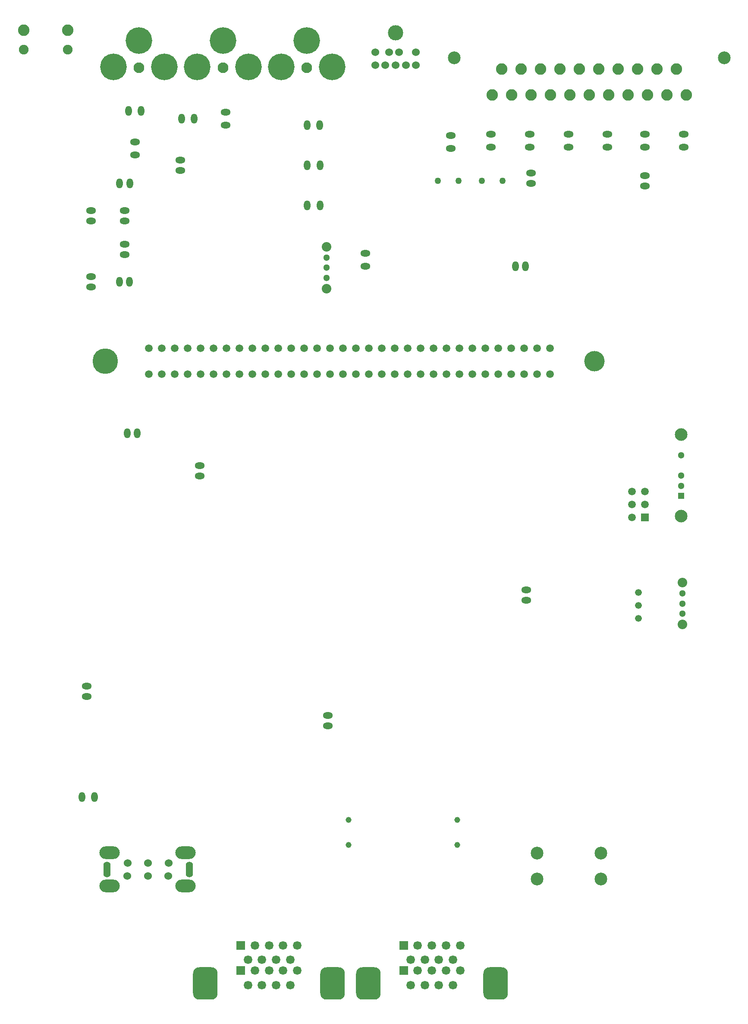
<source format=gbr>
%FSTAX44Y44*%
%MOMM*%
%SFA1B1*%

%IPPOS*%
%AMD47*
4,1,8,1.206500,3.175000,-1.206500,3.175000,-2.413000,1.968500,-2.413000,-1.968500,-1.206500,-3.175000,1.206500,-3.175000,2.413000,-1.968500,2.413000,1.968500,1.206500,3.175000,0.0*
1,1,2.413000,1.206500,1.968500*
1,1,2.413000,-1.206500,1.968500*
1,1,2.413000,-1.206500,-1.968500*
1,1,2.413000,1.206500,-1.968500*
%
G04~CAMADD=47~8~0.0~0.0~1900.0~2500.0~475.0~0.0~15~0.0~0.0~0.0~0.0~0~0.0~0.0~0.0~0.0~0~0.0~0.0~0.0~0.0~1900.0~2500.0*
%ADD47D47*%
%ADD48C,1.689997*%
%ADD49R,1.689997X1.689997*%
%ADD50O,1.299997X1.949996*%
%ADD51O,1.949996X1.299997*%
%ADD52C,2.099996*%
%ADD53C,5.217990*%
%ADD54C,1.332997*%
%ADD55C,1.299997*%
%ADD56C,1.874996*%
%ADD57C,1.269997*%
%ADD58C,2.249995*%
%ADD59C,2.499995*%
%ADD60C,3.999992*%
%ADD61C,4.999990*%
%ADD62C,1.499997*%
%ADD63C,1.523997*%
%ADD64C,2.999994*%
%ADD65O,1.406397X3.107994*%
%ADD66R,1.299997X1.299997*%
%ADD67C,2.474995*%
%ADD68C,1.154998*%
%ADD69C,1.899996*%
%ADD70R,1.499997X1.499997*%
%ADD71O,3.999992X2.499995*%
%LNsega_801_remake_pads_bot-1*%
%LPD*%
G54D47*
X00925339Y0005334D03*
X01175239D03*
X00605779D03*
X00855679D03*
G54D48*
X01105689Y00078719D03*
X01091839Y00050319D03*
X01077989Y00078719D03*
X01064139Y00050319D03*
X0105029Y00078719D03*
X01036439Y00050319D03*
X01022589Y00078719D03*
X01008739Y00050319D03*
X00689179Y00099849D03*
X00703029Y00128249D03*
X00716879Y00099849D03*
X00730729Y00128249D03*
X00744579Y00099849D03*
X00758429Y00128249D03*
X00772279Y00099849D03*
X0078613Y00128249D03*
X01008739Y00099849D03*
X01022589Y00128249D03*
X01036439Y00099849D03*
X0105029Y00128249D03*
X01064139Y00099849D03*
X01077989Y00128249D03*
X01091839Y00099849D03*
X01105689Y00128249D03*
X00689179Y00050319D03*
X00703029Y00078719D03*
X00716879Y00050319D03*
X00730729Y00078719D03*
X00744579Y00050319D03*
X00758429Y00078719D03*
X00772279Y00050319D03*
X0078613Y00078719D03*
G54D49*
X00994889Y00078719D03*
X00675329Y00128249D03*
X00994889D03*
X00675329Y00078719D03*
G54D50*
X00479859Y017653D03*
X00454859D03*
X01214279Y014605D03*
X01234279D03*
X00830179Y0173736D03*
X0080518D03*
X0083058Y0157988D03*
X00805579D03*
X0043688Y0143002D03*
X00456879D03*
X00558999Y0175006D03*
X00583999D03*
X00437199Y0162306D03*
X004572D03*
X0083058Y0165862D03*
X00805579D03*
X00388419Y004191D03*
X00363419D03*
X0045212Y0113284D03*
X00472119D03*
G54D51*
X0139446Y0169418D03*
Y01719179D03*
X0108712Y01692039D03*
Y0171704D03*
X0124206Y01719179D03*
Y0169418D03*
X0044704Y015494D03*
Y01569399D03*
Y01503359D03*
Y0148336D03*
X00381Y0141986D03*
Y01439859D03*
X0064516Y01762559D03*
Y01737559D03*
X00381Y015494D03*
Y01569399D03*
X0116586Y01719179D03*
Y0169418D03*
X0046736Y0170434D03*
Y01679339D03*
X0131826Y01719179D03*
Y0169418D03*
X0146812Y01719179D03*
Y0169418D03*
X0091948Y014605D03*
Y01485499D03*
X0154432Y01719379D03*
Y01694379D03*
X0059436Y0104902D03*
Y01069019D03*
X0084582Y00558959D03*
Y00578959D03*
X01235809Y00805339D03*
Y00825339D03*
X00372849Y00636346D03*
Y00616346D03*
X0055626Y01668459D03*
Y0164846D03*
X0146812Y016383D03*
Y01618299D03*
X012446Y0162306D03*
Y01643059D03*
G54D52*
X00804999Y01849999D03*
X00474999D03*
X00639999D03*
G54D53*
X00854999Y01851999D03*
X00804999Y01902999D03*
X00754999Y01851999D03*
X00424999D03*
X00474999Y01902999D03*
X00524999Y01851999D03*
X00689999D03*
X00639999Y01902999D03*
X00589999Y01851999D03*
G54D54*
X0145542Y0076962D03*
Y0079502D03*
Y0082042D03*
G54D55*
X0154178Y00778519D03*
Y00798519D03*
Y00818519D03*
X0084328Y01477599D03*
Y01457599D03*
Y01437599D03*
X0153924Y01029659D03*
Y01049659D03*
Y0108966D03*
G54D56*
X0154178Y00757519D03*
Y00839519D03*
X0084328Y014986D03*
Y01416599D03*
G54D57*
X01148719Y0162814D03*
X0118872D03*
X01062359D03*
X0110236D03*
G54D58*
X011684Y01796999D03*
X0118745Y01847799D03*
X012065Y01796999D03*
X0122555Y01847799D03*
X012446Y01796999D03*
X0126365Y01847799D03*
X012827Y01796999D03*
X0130175Y01847799D03*
X013208Y01796999D03*
X0133985Y01847799D03*
X013589Y01796999D03*
X0137795Y01847799D03*
X01397Y01796999D03*
X0141605Y01847799D03*
X014351Y01796999D03*
X0145415Y01847799D03*
X014732Y01796999D03*
X0149225Y01847799D03*
X015113Y01796999D03*
X0153035Y01847799D03*
X015494Y01796999D03*
X00248899Y01923659D03*
X00335299D03*
G54D59*
X01623899Y01869799D03*
X01093899D03*
X01256759Y0030861D03*
X0138176D03*
X01256759Y00258609D03*
X0138176D03*
G54D60*
X01369739Y01274373D03*
G54D61*
X00409439Y01274373D03*
G54D62*
X00494899Y01299773D03*
X00520299D03*
X00545699D03*
X00571099D03*
X00596499D03*
X00621899D03*
X00647299D03*
X00672699D03*
X00698099D03*
X00723499D03*
X00748899D03*
X00774299D03*
X00799699D03*
X00825099D03*
X00850499D03*
X00875899D03*
X00901299D03*
X00926699D03*
X00952099D03*
X00977499D03*
X01002899D03*
X01028299D03*
X01053699D03*
X01079099D03*
X01104499D03*
X01129899D03*
X01155299D03*
X01180699D03*
X01206099D03*
X01231499D03*
X01256899D03*
X01282299D03*
Y01248973D03*
X01256899D03*
X01231499D03*
X01206099D03*
X01180699D03*
X01155299D03*
X01129899D03*
X01104499D03*
X01079099D03*
X01053699D03*
X01028299D03*
X01002899D03*
X00977499D03*
X00952099D03*
X00926699D03*
X00901299D03*
X00875899D03*
X00850499D03*
X00825099D03*
X00799699D03*
X00774299D03*
X00748899D03*
X00723499D03*
X00698099D03*
X00672699D03*
X00647299D03*
X00621899D03*
X00596499D03*
X00571099D03*
X00545699D03*
X00520299D03*
X00494899D03*
X0144272Y0096774D03*
X0146812Y0099314D03*
X0144272D03*
X0146812Y0101854D03*
X0144272D03*
G54D63*
X00939169Y01855169D03*
X0097917D03*
X00966169Y01880169D03*
X00986169D03*
X01019169D03*
X00939169D03*
X00999169Y01855169D03*
X00959169D03*
X01019169D03*
X00453373Y0028956D03*
X00533559D03*
X00493384D03*
X00452811Y0026392D03*
X00532997D03*
X00492822D03*
G54D64*
X0097917Y01918169D03*
G54D65*
X00574199Y0027686D03*
X00412909D03*
G54D66*
X0153924Y01009659D03*
G54D67*
X0153924Y00970659D03*
Y01130659D03*
G54D68*
X0109982Y00373919D03*
Y0032512D03*
X0088646Y00373919D03*
Y0032512D03*
G54D69*
X00248899Y01885659D03*
X00335299D03*
G54D70*
X0146812Y0096774D03*
G54D71*
X00417999Y00244999D03*
Y00309999D03*
X00566999D03*
Y00244999D03*
M02*
</source>
